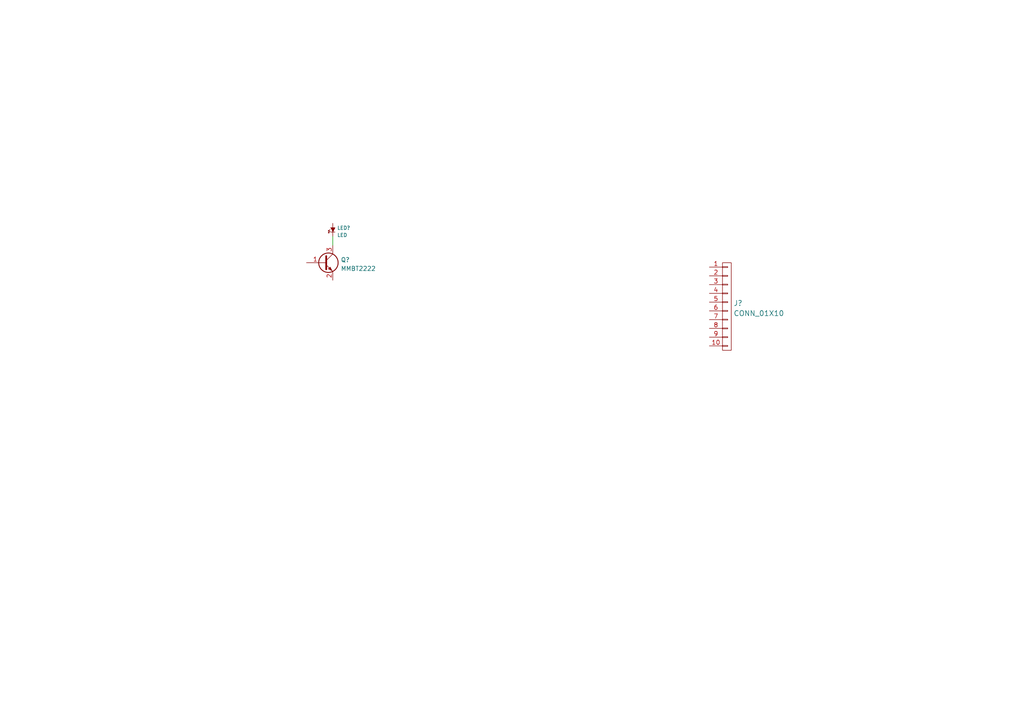
<source format=kicad_sch>
(kicad_sch (version 20211123) (generator eeschema)
  (paper "A4")
  (lib_symbols
    (symbol "EESTN5:LED" (pin_numbers hide) (pin_names (offset 1.016) hide)
      (property "Reference" "LED" (at 0 2.54 0))
      (property "Value" "LED" (at 0 -2.54 0))
      (symbol "LED_0_1"
        (polyline (pts (xy 0.508 -0.762) (xy 1.016 -1.27) (xy 1.016 -1.27)))
        (polyline (pts (xy 1.016 -0.762) (xy 1.524 -1.27) (xy 1.524 -1.27)))
        (polyline (pts (xy 1.27 -0.635) (xy 1.27 0.635) (xy 1.27 0.635)))
        (polyline (pts (xy 1.27 0) (xy 0 0.635) (xy 0 -0.635) (xy 0 -0.635)) (fill (type outline)))
        (polyline (pts (xy 1.524 -1.27) (xy 1.27 -1.27) (xy 1.524 -1.016) (xy 1.524 -1.27) (xy 1.524 -1.27)) (fill (type outline)))
        (polyline (pts (xy 1.016 -1.27) (xy 0.762 -1.27) (xy 1.016 -1.016) (xy 1.016 -1.27) (xy 1.016 -1.27) (xy 1.016 -1.27)) (fill (type outline)))
      )
      (symbol "LED_1_1"
        (pin passive line (at -1.27 0 0) (length 1.27) (name "A") (number "1"))
        (pin passive line (at 2.54 0 180) (length 1.27) (name "K") (number "2"))
      )
    )
    (symbol "MacroLib:CONN_01X10" (pin_names (offset 1.016))
      (property "Reference" "J" (at 0 0 0))
      (property "Value" "CONN_01X10" (at -1.27 13.97 0))
      (symbol "CONN_01X10_1_1"
        (rectangle (start -1.27 -12.7) (end 1.27 12.7))
        (rectangle (start -1.27 -11.303) (end 0.254 -11.557))
        (rectangle (start -1.27 -8.763) (end 0.254 -9.017))
        (rectangle (start -1.27 -6.223) (end 0.254 -6.477))
        (rectangle (start -1.27 -3.683) (end 0.254 -3.937))
        (rectangle (start -1.27 -1.143) (end 0.254 -1.397))
        (rectangle (start -1.27 1.397) (end 0.254 1.143))
        (rectangle (start -1.27 3.937) (end 0.254 3.683))
        (rectangle (start -1.27 6.477) (end 0.254 6.223))
        (rectangle (start -1.27 9.017) (end 0.254 8.763))
        (rectangle (start -1.27 11.557) (end 0.254 11.303))
        (pin passive line (at -5.08 11.43 0) (length 3.81) (name "~") (number "1"))
        (pin passive line (at -5.08 -11.43 0) (length 3.81) (name "~") (number "10"))
        (pin passive line (at -5.08 8.89 0) (length 3.81) (name "~") (number "2"))
        (pin passive line (at -5.08 6.35 0) (length 3.81) (name "~") (number "3"))
        (pin passive line (at -5.08 3.81 0) (length 3.81) (name "~") (number "4"))
        (pin passive line (at -5.08 1.27 0) (length 3.81) (name "~") (number "5"))
        (pin passive line (at -5.08 -1.27 0) (length 3.81) (name "~") (number "6"))
        (pin passive line (at -5.08 -3.81 0) (length 3.81) (name "~") (number "7"))
        (pin passive line (at -5.08 -6.35 0) (length 3.81) (name "~") (number "8"))
        (pin passive line (at -5.08 -8.89 0) (length 3.81) (name "~") (number "9"))
      )
    )
    (symbol "MacroLib:MMBT2222" (pin_names hide)
      (property "Reference" "Q" (at 3.81 -1.27 0))
      (property "Value" "MMBT2222" (at 8.89 -3.175 0))
      (symbol "MMBT2222_0_1"
        (polyline (pts (xy -1.27 0) (xy -0.635 0)))
        (polyline (pts (xy -0.635 0.635) (xy 1.27 2.54)))
        (polyline (pts (xy -0.635 -0.635) (xy 1.27 -2.54) (xy 1.27 -2.54)))
        (polyline (pts (xy -0.635 1.905) (xy -0.635 -1.905) (xy -0.635 -1.905)) (stroke (width 0.508)))
        (polyline (pts (xy 0 -1.778) (xy 0.508 -1.27) (xy 1.016 -2.286) (xy 0 -1.778) (xy 0 -1.778)) (fill (type outline)))
        (circle (center 0 0) (radius 2.8194) (stroke (width 0.254)))
      )
      (symbol "MMBT2222_1_1"
        (pin input line (at -6.35 0 0) (length 5.08) (name "B") (number "1"))
        (pin passive line (at 1.27 -5.08 90) (length 2.54) (name "E") (number "2"))
        (pin passive line (at 1.27 5.08 270) (length 2.54) (name "C") (number "3"))
      )
    )
  )
  (wire (pts (xy 96.52 68.58) (xy 96.52 71.12)))
  (symbol (lib_id "MacroLib:MMBT2222") (at 95.25 76.2 0) (unit 1)
    (property "Reference" "Q?" (at 98.8314 75.3653 0) (effects (justify left)))
    (property "Value" "MMBT2222" (at 98.8314 77.9022 0) (effects (justify left)))
  )
  (symbol (lib_id "EESTN5:LED") (at 96.52 66.04 270) (unit 1)
    (property "Reference" "LED?" (at 97.79 66.1089 90) (effects (font (size 1.016 1.016)) (justify left)))
    (property "Value" "LED" (at 97.79 68.1893 90) (effects (font (size 1.016 1.016)) (justify left)))
  )
  (symbol (lib_id "MacroLib:CONN_01X10") (at 210.82 88.9 0) (unit 1)
    (property "Reference" "J?" (at 212.725 87.938 0) (effects (font (size 1.4986 1.4986)) (justify left)))
    (property "Value" "CONN_01X10" (at 212.725 90.8857 0) (effects (font (size 1.4986 1.4986)) (justify left)))
  )
)
</source>
